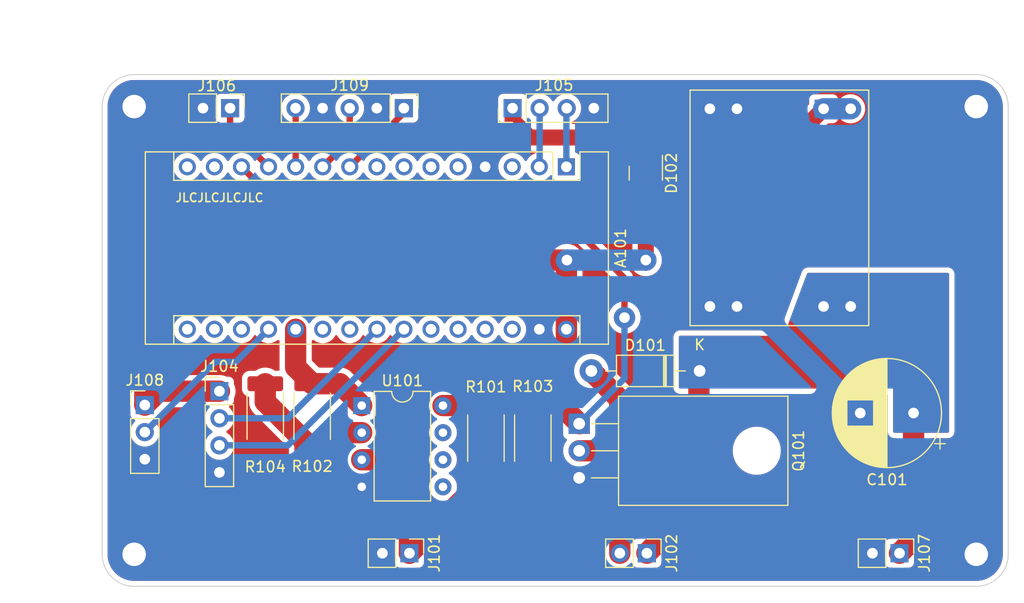
<source format=kicad_pcb>
(kicad_pcb (version 20211014) (generator pcbnew)
  (layers (0 "F.Cu" signal) (31 "B.Cu" signal) (34 "B.Paste" user) (35 "F.Paste" user) (36 "B.SilkS" user "B.Silkscreen") (37 "F.SilkS" user "F.Silkscreen") (38 "B.Mask" user) (39 "F.Mask" user) (44 "Edge.Cuts" user))
  (net 0 "")
  (net 17 "+5V")
  (net 18 "Net-(R102-Pad1)")
  (net 19 "I2C_SCL")
  (net 20 "I2C_SDA")
  (net 21 "MCU_POT")
  (net 22 "MCU_TSENSOR")
  (net 23 "MCU_HEATINGELE")
  (net 24 "MCU_OVERRIDE")
  (net 25 "UART_RX")
  (net 26 "UART_TX")
  (net 27 "HEATINGELE_A")
  (net 28 "HEATINGELE_B")
  (net 29 "SENSOR_B")
  (net 30 "SENSOR_A")
  (net 31 "VCC_5V_IN2")
  (net 32 "VCC_5V_IN1")
  (net 33 "MCU_ENC_BTN")
  (net 34 "MCU_ENC_B")
  (net 35 "MCU_ENC_A")
  (footprint "Connector_PinHeader_2.54mm:PinHeader_1x04_P2.54mm_Vertical" (layer "F.Cu") (at 173.5 33.65 90)
    (fp_text reference "J105" (at 2.15 3.9 180) (layer "F.SilkS"))
    (fp_text value "Conn_01x04")
    (fp_line (start -1.33 1.27) (end -1.33 8.95) (layer "F.SilkS") (width 0.12))
    (fp_line (start -1.33 -1.33) (end 0 -1.33) (layer "F.SilkS") (width 0.12))
    (fp_line (start -1.33 1.27) (end 1.33 1.27) (layer "F.SilkS") (width 0.12))
    (fp_line (start -1.33 0) (end -1.33 -1.33) (layer "F.SilkS") (width 0.12))
    (fp_line (start 1.33 1.27) (end 1.33 8.95) (layer "F.SilkS") (width 0.12))
    (fp_line (start -1.33 8.95) (end 1.33 8.95) (layer "F.SilkS") (width 0.12))
    (pad "1" thru_hole rect (at 0 0 90) (size 1.7 1.7) (drill 1) (layers *.Cu *.Mask) (net 31 "VCC_5V_IN2"))
    (pad "2" thru_hole oval (at 0 2.54 90) (size 1.7 1.7) (drill 1) (layers *.Cu *.Mask) (net 25 "UART_RX"))
    (pad "3" thru_hole oval (at 0 5.08 90) (size 1.7 1.7) (drill 1) (layers *.Cu *.Mask) (net 26 "UART_TX"))
    (pad "4" thru_hole oval (at 0 7.62 90) (size 1.7 1.7) (drill 1) (layers *.Cu *.Mask) (net 29 "SENSOR_B"))
  )
  (footprint "Package_DIP:DIP-8_W7.62mm" (layer "F.Cu") (at 159.35 61.55)
    (fp_text reference "U101" (at 3.81 -2.33) (layer "F.SilkS"))
    (fp_text value "LM358")
    (fp_line (start 6.46 -1.33) (end 4.81 -1.33) (layer "F.SilkS") (width 0.12))
    (fp_line (start 6.46 8.95) (end 6.46 -1.33) (layer "F.SilkS") (width 0.12))
    (fp_line (start 2.81 -1.33) (end 1.16 -1.33) (layer "F.SilkS") (width 0.12))
    (fp_line (start 1.16 -1.33) (end 1.16 8.95) (layer "F.SilkS") (width 0.12))
    (fp_line (start 1.16 8.95) (end 6.46 8.95) (layer "F.SilkS") (width 0.12))
    (fp_arc (start 4.81 -1.33) (mid 3.81 -0.33) (end 2.81 -1.33) (layer "F.SilkS") (width 0.12))
    (pad "1" thru_hole rect (at 0 0) (size 1.6 1.6) (drill 0.8) (layers *.Cu *.Mask) (net 22 "MCU_TSENSOR"))
    (pad "2" thru_hole oval (at 0 2.54) (size 1.6 1.6) (drill 0.8) (layers *.Cu *.Mask) (net 18 "Net-(R102-Pad1)"))
    (pad "3" thru_hole oval (at 0 5.08) (size 1.6 1.6) (drill 0.8) (layers *.Cu *.Mask) (net 30 "SENSOR_A"))
    (pad "4" thru_hole oval (at 0 7.62) (size 1.6 1.6) (drill 0.8) (layers *.Cu *.Mask) (net 29 "SENSOR_B"))
    (pad "5" thru_hole oval (at 7.62 7.62) (size 1.6 1.6) (drill 0.8) (layers *.Cu *.Mask))
    (pad "6" thru_hole oval (at 7.62 5.08) (size 1.6 1.6) (drill 0.8) (layers *.Cu *.Mask))
    (pad "7" thru_hole oval (at 7.62 2.54) (size 1.6 1.6) (drill 0.8) (layers *.Cu *.Mask))
    (pad "8" thru_hole oval (at 7.62 0) (size 1.6 1.6) (drill 0.8) (layers *.Cu *.Mask) (net 17 "+5V"))
  )
  (footprint "Capacitor_THT:CP_Radial_D10.0mm_P5.00mm" (layer "F.Cu") (at 211.117677 62.25 180)
    (fp_text reference "C101" (at 2.5 -6.249999) (layer "F.SilkS"))
    (fp_text value "470uF")
    (fp_line (start 4.461 -4.69) (end 4.461 -1.241) (layer "F.SilkS") (width 0.12))
    (fp_line (start 7.581 -0.599) (end 7.581 0.599) (layer "F.SilkS") (width 0.12))
    (fp_line (start 3.381 -5.004) (end 3.381 5.004) (layer "F.SilkS") (width 0.12))
    (fp_line (start 5.941 -3.753) (end 5.941 -1.241) (layer "F.SilkS") (width 0.12))
    (fp_line (start 2.78 -5.073) (end 2.78 5.073) (layer "F.SilkS") (width 0.12))
    (fp_line (start 4.701 1.241) (end 4.701 4.584) (layer "F.SilkS") (width 0.12))
    (fp_line (start 4.581 -4.639) (end 4.581 -1.241) (layer "F.SilkS") (width 0.12))
    (fp_line (start 5.461 -4.138) (end 5.461 -1.241) (layer "F.SilkS") (width 0.12))
    (fp_line (start 5.381 1.241) (end 5.381 4.194) (layer "F.SilkS") (width 0.12))
    (fp_line (start 5.341 1.241) (end 5.341 4.221) (layer "F.SilkS") (width 0.12))
    (fp_line (start 6.981 -2.439) (end 6.981 2.439) (layer "F.SilkS") (width 0.12))
    (fp_line (start 3.901 1.241) (end 3.901 4.885) (layer "F.SilkS") (width 0.12))
    (fp_line (start 4.901 1.241) (end 4.901 4.483) (layer "F.SilkS") (width 0.12))
    (fp_line (start 4.861 -4.504) (end 4.861 -1.241) (layer "F.SilkS") (width 0.12))
    (fp_line (start 5.181 1.241) (end 5.181 4.323) (layer "F.SilkS") (width 0.12))
    (fp_line (start 7.141 -2.125) (end 7.141 2.125) (layer "F.SilkS") (width 0.12))
    (fp_line (start 7.421 -1.378) (end 7.421 1.378) (layer "F.SilkS") (width 0.12))
    (fp_line (start 6.021 -3.679) (end 6.021 -1.241) (layer "F.SilkS") (width 0.12))
    (fp_line (start 5.821 -3.858) (end 5.821 -1.241) (layer "F.SilkS") (width 0.12))
    (fp_line (start 5.541 1.241) (end 5.541 4.08) (layer "F.SilkS") (width 0.12))
    (fp_line (start 6.221 1.241) (end 6.221 3.478) (layer "F.SilkS") (width 0.12))
    (fp_line (start 5.021 -4.417) (end 5.021 -1.241) (layer "F.SilkS") (width 0.12))
    (fp_line (start 6.701 -2.889) (end 6.701 2.889) (layer "F.SilkS") (width 0.12))
    (fp_line (start 4.301 1.241) (end 4.301 4.754) (layer "F.SilkS") (width 0.12))
    (fp_line (start 5.701 1.241) (end 5.701 3.957) (layer "F.SilkS") (width 0.12))
    (fp_line (start 6.301 -3.392) (end 6.301 3.392) (layer "F.SilkS") (width 0.12))
    (fp_line (start 6.021 1.241) (end 6.021 3.679) (layer "F.SilkS") (width 0.12))
    (fp_line (start 4.341 1.241) (end 4.341 4.738) (layer "F.SilkS") (width 0.12))
    (fp_line (start 4.101 -4.824) (end 4.101 -1.241) (layer "F.SilkS") (width 0.12))
    (fp_line (start 6.341 -3.347) (end 6.341 3.347) (layer "F.SilkS") (width 0.12))
    (fp_line (start 5.301 -4.247) (end 5.301 -1.241) (layer "F.SilkS") (width 0.12))
    (fp_line (start 4.501 -4.674) (end 4.501 -1.241) (layer "F.SilkS") (width 0.12))
    (fp_line (start 3.861 1.241) (end 3.861 4.897) (layer "F.SilkS") (width 0.12))
    (fp_line (start 5.541 -4.08) (end 5.541 -1.241) (layer "F.SilkS") (width 0.12))
    (fp_line (start 4.141 -4.811) (end 4.141 -1.241) (layer "F.SilkS") (width 0.12))
    (fp_line (start 4.421 -4.707) (end 4.421 -1.241) (layer "F.SilkS") (width 0.12))
    (fp_line (start 5.061 -4.395) (end 5.061 -1.241) (layer "F.SilkS") (width 0.12))
    (fp_line (start 7.541 -0.862) (end 7.541 0.862) (layer "F.SilkS") (width 0.12))
    (fp_line (start 5.581 -4.05) (end 5.581 -1.241) (layer "F.SilkS") (width 0.12))
    (fp_line (start 4.461 1.241) (end 4.461 4.69) (layer "F.SilkS") (width 0.12))
    (fp_line (start 4.381 -4.723) (end 4.381 -1.241) (layer "F.SilkS") (width 0.12))
    (fp_line (start 2.94 -5.062) (end 2.94 5.062) (layer "F.SilkS") (width 0.12))
    (fp_line (start 3.741 -4.928) (end 3.741 4.928) (layer "F.SilkS") (width 0.12))
    (fp_line (start 6.181 -3.52) (end 6.181 -1.241) (layer "F.SilkS") (width 0.12))
    (fp_line (start 2.86 -5.068) (end 2.86 5.068) (layer "F.SilkS") (width 0.12))
    (fp_line (start 5.501 -4.11) (end 5.501 -1.241) (layer "F.SilkS") (width 0.12))
    (fp_line (start 5.101 -4.371) (end 5.101 -1.241) (layer "F.SilkS") (width 0.12))
    (fp_line (start 7.021 -2.365) (end 7.021 2.365) (layer "F.SilkS") (width 0.12))
    (fp_line (start 5.661 1.241) (end 5.661 3.989) (layer "F.SilkS") (width 0.12))
    (fp_line (start 2.9 -5.065) (end 2.9 5.065) (layer "F.SilkS") (width 0.12))
    (fp_line (start 6.061 1.241) (end 6.061 3.64) (layer "F.SilkS") (width 0.12))
    (fp_line (start 5.941 1.241) (end 5.941 3.753) (layer "F.SilkS") (width 0.12))
    (fp_line (start 5.501 1.241) (end 5.501 4.11) (layer "F.SilkS") (width 0.12))
    (fp_line (start 7.261 -1.846) (end 7.261 1.846) (layer "F.SilkS") (width 0.12))
    (fp_line (start 6.421 -3.254) (end 6.421 3.254) (layer "F.SilkS") (width 0.12))
    (fp_line (start 5.301 1.241) (end 5.301 4.247) (layer "F.SilkS") (width 0.12))
    (fp_line (start 5.421 1.241) (end 5.421 4.166) (layer "F.SilkS") (width 0.12))
    (fp_line (start 7.061 -2.289) (end 7.061 2.289) (layer "F.SilkS") (width 0.12))
    (fp_line (start 5.781 1.241) (end 5.781 3.892) (layer "F.SilkS") (width 0.12))
    (fp_line (start 5.141 -4.347) (end 5.141 -1.241) (layer "F.SilkS") (width 0.12))
    (fp_line (start 4.261 1.241) (end 4.261 4.768) (layer "F.SilkS") (width 0.12))
    (fp_line (start 6.061 -3.64) (end 6.061 -1.241) (layer "F.SilkS") (width 0.12))
    (fp_line (start 4.661 1.241) (end 4.661 4.603) (layer "F.SilkS") (width 0.12))
    (fp_line (start 4.501 1.241) (end 4.501 4.674) (layer "F.SilkS") (width 0.12))
    (fp_line (start 7.501 -1.062) (end 7.501 1.062) (layer "F.SilkS") (width 0.12))
    (fp_line (start 3.941 1.241) (end 3.941 4.874) (layer "F.SilkS") (width 0.12))
    (fp_line (start 4.221 -4.783) (end 4.221 -1.241) (layer "F.SilkS") (width 0.12))
    (fp_line (start 5.741 1.241) (end 5.741 3.925) (layer "F.SilkS") (width 0.12))
    (fp_line (start 5.381 -4.194) (end 5.381 -1.241) (layer "F.SilkS") (width 0.12))
    (fp_line (start 6.261 -3.436) (end 6.261 3.436) (layer "F.SilkS") (width 0.12))
    (fp_line (start 3.701 -4.938) (end 3.701 4.938) (layer "F.SilkS") (width 0.12))
    (fp_line (start 4.941 1.241) (end 4.941 4.462) (layer "F.SilkS") (width 0.12))
    (fp_line (start 4.061 1.241) (end 4.061 4.837) (layer "F.SilkS") (width 0.12))
    (fp_line (start 5.741 -3.925) (end 5.741 -1.241) (layer "F.SilkS") (width 0.12))
    (fp_line (start 2.7 -5.077) (end 2.7 5.077) (layer "F.SilkS") (width 0.12))
    (fp_line (start 4.261 -4.768) (end 4.261 -1.241) (layer "F.SilkS") (width 0.12))
    (fp_line (start 3.461 -4.99) (end 3.461 4.99) (layer "F.SilkS") (width 0.12))
    (fp_line (start 5.901 -3.789) (end 5.901 -1.241) (layer "F.SilkS") (width 0.12))
    (fp_line (start 4.821 1.241) (end 4.821 4.525) (layer "F.SilkS") (width 0.12))
    (fp_line (start 5.621 1.241) (end 5.621 4.02) (layer "F.SilkS") (width 0.12))
    (fp_line (start 3.661 -4.947) (end 3.661 4.947) (layer "F.SilkS") (width 0.12))
    (fp_line (start 4.101 1.241) (end 4.101 4.824) (layer "F.SilkS") (width 0.12))
    (fp_line (start 6.661 -2.945) (end 6.661 2.945) (layer "F.SilkS") (width 0.12))
    (fp_line (start 5.821 1.241) (end 5.821 3.858) (layer "F.SilkS") (width 0.12))
    (fp_line (start 5.021 1.241) (end 5.021 4.417) (layer "F.SilkS") (width 0.12))
    (fp_line (start 3.261 -5.024) (end 3.261 5.024) (layer "F.SilkS") (width 0.12))
    (fp_line (start 2.66 -5.078) (end 2.66 5.078) (layer "F.SilkS") (width 0.12))
    (fp_line (start 6.901 -2.579) (end 6.901 2.579) (layer "F.SilkS") (width 0.12))
    (fp_line (start 6.101 -3.601) (end 6.101 -1.241) (layer "F.SilkS") (width 0.12))
    (fp_line (start 6.141 -3.561) (end 6.141 -1.241) (layer "F.SilkS") (width 0.12))
    (fp_line (start 4.741 -4.564) (end 4.741 -1.241) (layer "F.SilkS") (width 0.12))
    (fp_line (start 4.621 -4.621) (end 4.621 -1.241) (layer "F.SilkS") (width 0.12))
    (fp_line (start 4.341 -4.738) (end 4.341 -1.241) (layer "F.SilkS") (width 0.12))
    (fp_line (start 6.541 -3.106) (end 6.541 3.106) (layer "F.SilkS") (width 0.12))
    (fp_line (start 7.221 -1.944) (end 7.221 1.944) (layer "F.SilkS") (width 0.12))
    (fp_line (start 2.58 -5.08) (end 2.58 5.08) (layer "F.SilkS") (width 0.12))
    (fp_line (start 5.421 -4.166) (end 5.421 -1.241) (layer "F.SilkS") (width 0.12))
    (fp_line (start 4.021 -4.85) (end 4.021 -1.241) (layer "F.SilkS") (width 0.12))
    (fp_line (start 6.821 -2.709) (end 6.821 2.709) (layer "F.SilkS") (width 0.12))
    (fp_line (start 5.901 1.241) (end 5.901 3.789) (layer "F.SilkS") (width 0.12))
    (fp_line (start 3.501 -4.982) (end 3.501 4.982) (layer "F.SilkS") (width 0.12))
    (fp_line (start 7.101 -2.209) (end 7.101 2.209) (layer "F.SilkS") (width 0.12))
    (fp_line (start 3.14 -5.04) (end 3.14 5.04) (layer "F.SilkS") (width 0.12))
    (fp_line (start 7.381 -1.51) (end 7.381 1.51) (layer "F.SilkS") (width 0.12))
    (fp_line (start 2.82 -5.07) (end 2.82 5.07) (layer "F.SilkS") (width 0.12))
    (fp_line (start 4.181 1.241) (end 4.181 4.797) (layer "F.SilkS") (width 0.12))
    (fp_line (start 3.02 -5.054) (end 3.02 5.054) (layer "F.SilkS") (width 0.12))
    (fp_line (start 5.221 1.241) (end 5.221 4.298) (layer "F.SilkS") (width 0.12))
    (fp_line (start 5.101 1.241) (end 5.101 4.371) (layer "F.SilkS") (width 0.12))
    (fp_line (start 4.381 1.241) (end 4.381 4.723) (layer "F.SilkS") (width 0.12))
    (fp_line (start 4.581 1.241) (end 4.581 4.639) (layer "F.SilkS") (width 0.12))
    (fp_line (start 6.101 1.241) (end 6.101 3.601) (layer "F.SilkS") (width 0.12))
    (fp_line (start 5.621 -4.02) (end 5.621 -1.241) (layer "F.SilkS") (width 0.12))
    (fp_line (start 5.061 1.241) (end 5.061 4.395) (layer "F.SilkS") (width 0.12))
    (fp_line (start 3.861 -4.897) (end 3.861 -1.241) (layer "F.SilkS") (width 0.12))
    (fp_line (start 6.461 -3.206) (end 6.461 3.206) (layer "F.SilkS") (width 0.12))
    (fp_line (start 2.54 -5.08) (end 2.54 5.08) (layer "F.SilkS") (width 0.12))
    (fp_line (start 3.781 -4.918) (end 3.781 -1.241) (layer "F.SilkS") (width 0.12))
    (fp_line (start 3.541 -4.974) (end 3.541 4.974) (layer "F.SilkS") (width 0.12))
    (fp_line (start 5.221 -4.298) (end 5.221 -1.241) (layer "F.SilkS") (width 0.12))
    (fp_line (start 3.821 -4.907) (end 3.821 -1.241) (layer "F.SilkS") (width 0.12))
    (fp_line (start 2.5 -5.08) (end 2.5 5.08) (layer "F.SilkS") (width 0.12))
    (fp_line (start 5.461 1.241) (end 5.461 4.138) (layer "F.SilkS") (width 0.12))
    (fp_line (start 4.181 -4.797) (end 4.181 -1.241) (layer "F.SilkS") (width 0.12))
    (fp_line (start 4.061 -4.837) (end 4.061 -1.241) (layer "F.SilkS") (width 0.12))
    (fp_line (start 6.501 -3.156) (end 6.501 3.156) (layer "F.SilkS") (width 0.12))
    (fp_line (start 6.781 -2.77) (end 6.781 2.77) (layer "F.SilkS") (width 0.12))
    (fp_line (start 4.861 1.241) (end 4.861 4.504) (layer "F.SilkS") (width 0.12))
    (fp_line (start 7.181 -2.037) (end 7.181 2.037) (layer "F.SilkS") (width 0.12))
    (fp_line (start 6.621 -3) (end 6.621 3) (layer "F.SilkS") (width 0.12))
    (fp_line (start 3.901 -4.885) (end 3.901 -1.241) (layer "F.SilkS") (width 0.12))
    (fp_line (start 3.301 -5.018) (end 3.301 5.018) (layer "F.SilkS") (width 0.12))
    (fp_line (start 3.581 -4.965) (end 3.581 4.965) (layer "F.SilkS") (width 0.12))
    (fp_line (start 3.941 -4.874) (end 3.941 -1.241) (layer "F.SilkS") (width 0.12))
    (fp_line (start 4.701 -4.584) (end 4.701 -1.241) (layer "F.SilkS") (width 0.12))
    (fp_line (start 3.981 1.241) (end 3.981 4.862) (layer "F.SilkS") (width 0.12))
    (fp_line (start 5.861 -3.824) (end 5.861 -1.241) (layer "F.SilkS") (width 0.12))
    (fp_line (start 4.981 -4.44) (end 4.981 -1.241) (layer "F.SilkS") (width 0.12))
    (fp_line (start 4.621 1.241) (end 4.621 4.621) (layer "F.SilkS") (width 0.12))
    (fp_line (start 2.62 -5.079) (end 2.62 5.079) (layer "F.SilkS") (width 0.12))
    (fp_line (start 3.421 -4.997) (end 3.421 4.997) (layer "F.SilkS") (width 0.12))
    (fp_line (start 5.581 1.241) (end 5.581 4.05) (layer "F.SilkS") (width 0.12))
    (fp_line (start 4.661 -4.603) (end 4.661 -1.241) (layer "F.SilkS") (width 0.12))
    (fp_line (start 6.861 -2.645) (end 6.861 2.645) (layer "F.SilkS") (width 0.12))
    (fp_line (start 3.621 -4.956) (end 3.621 4.956) (layer "F.SilkS") (width 0.12))
    (fp_line (start 6.941 -2.51) (end 6.941 2.51) (layer "F.SilkS") (width 0.12))
    (fp_line (start 4.541 -4.657) (end 4.541 -1.241) (layer "F.SilkS") (width 0.12))
    (fp_line (start 5.341 -4.221) (end 5.341 -1.241) (layer "F.SilkS") (width 0.12))
    (fp_line (start 3.341 -5.011) (end 3.341 5.011) (layer "F.SilkS") (width 0.12))
    (fp_line (start 7.301 -1.742) (end 7.301 1.742) (layer "F.SilkS") (width 0.12))
    (fp_line (start 4.421 1.241) (end 4.421 4.707) (layer "F.SilkS") (width 0.12))
    (fp_line (start 5.861 1.241) (end 5.861 3.824) (layer "F.SilkS") (width 0.12))
    (fp_line (start 4.901 -4.483) (end 4.901 -1.241) (layer "F.SilkS") (width 0.12))
    (fp_line (start 2.98 -5.058) (end 2.98 5.058) (layer "F.SilkS") (width 0.12))
    (fp_line (start 6.181 1.241) (end 6.181 3.52) (layer "F.SilkS") (width 0.12))
    (fp_line (start 4.301 -4.754) (end 4.301 -1.241) (layer "F.SilkS") (width 0.12))
    (fp_line (start 6.581 -3.054) (end 6.581 3.054) (layer "F.SilkS") (width 0.12))
    (fp_line (start 4.741 1.241) (end 4.741 4.564) (layer "F.SilkS") (width 0.12))
    (fp_line (start 5.701 -3.957) (end 5.701 -1.241) (layer "F.SilkS") (width 0.12))
    (fp_line (start 3.1 -5.045) (end 3.1 5.045) (layer "F.SilkS") (width 0.12))
    (fp_line (start 4.221 1.241) (end 4.221 4.783) (layer "F.SilkS") (width 0.12))
    (fp_line (start 3.821 1.241) (end 3.821 4.907) (layer "F.SilkS") (width 0.12))
    (fp_line (start 6.141 1.241) (end 6.141 3.561) (layer "F.SilkS") (width 0.12))
    (fp_line (start 6.221 -3.478) (end 6.221 -1.241) (layer "F.SilkS") (width 0.12))
    (fp_line (start 5.981 1.241) (end 5.981 3.716) (layer "F.SilkS") (width 0.12))
    (fp_line (start -2.979646 -2.875) (end -1.979646 -2.875) (layer "F.SilkS") (width 0.12))
    (fp_line (start 4.781 -4.545) (end 4.781 -1.241) (layer "F.SilkS") (width 0.12))
    (fp_line (start 4.021 1.241) (end 4.021 4.85) (layer "F.SilkS") (width 0.12))
    (fp_line (start 6.741 -2.83) (end 6.741 2.83) (layer "F.SilkS") (width 0.12))
    (fp_line (start 4.981 1.241) (end 4.981 4.44) (layer "F.SilkS") (width 0.12))
    (fp_line (start 4.541 1.241) (end 4.541 4.657) (layer "F.SilkS") (width 0.12))
    (fp_line (start 4.821 -4.525) (end 4.821 -1.241) (layer "F.SilkS") (width 0.12))
    (fp_line (start 3.06 -5.05) (end 3.06 5.05) (layer "F.SilkS") (width 0.12))
    (fp_line (start 2.74 -5.075) (end 2.74 5.075) (layer "F.SilkS") (width 0.12))
    (fp_line (start 3.981 -4.862) (end 3.981 -1.241) (layer "F.SilkS") (width 0.12))
    (fp_line (start 6.381 -3.301) (end 6.381 3.301) (layer "F.SilkS") (width 0.12))
    (fp_line (start 3.18 -5.035) (end 3.18 5.035) (layer "F.SilkS") (width 0.12))
    (fp_line (start 5.141 1.241) (end 5.141 4.347) (layer "F.SilkS") (width 0.12))
    (fp_line (start 3.221 -5.03) (end 3.221 5.03) (layer "F.SilkS") (width 0.12))
    (fp_line (start 5.181 -4.323) (end 5.181 -1.241) (layer "F.SilkS") (width 0.12))
    (fp_line (start 4.141 1.241) (end 4.141 4.811) (layer "F.SilkS") (width 0.12))
    (fp_line (start 5.781 -3.892) (end 5.781 -1.241) (layer "F.SilkS") (width 0.12))
    (fp_line (start 5.261 1.241) (end 5.261 4.273) (layer "F.SilkS") (width 0.12))
    (fp_line (start 5.981 -3.716) (end 5.981 -1.241) (layer "F.SilkS") (width 0.12))
    (fp_line (start 7.461 -1.23) (end 7.461 1.23) (layer "F.SilkS") (width 0.12))
    (fp_line (start 7.341 -1.63) (end 7.341 1.63) (layer "F.SilkS") (width 0.12))
    (fp_line (start 4.781 1.241) (end 4.781 4.545) (layer "F.SilkS") (width 0.12))
    (fp_line (start 5.661 -3.989) (end 5.661 -1.241) (layer "F.SilkS") (width 0.12))
    (fp_line (start -2.479646 -3.375) (end -2.479646 -2.375) (layer "F.SilkS") (width 0.12))
    (fp_line (start 4.941 -4.462) (end 4.941 -1.241) (layer "F.SilkS") (width 0.12))
    (fp_line (start 3.781 1.241) (end 3.781 4.918) (layer "F.SilkS") (width 0.12))
    (fp_line (start 5.261 -4.273) (end 5.261 -1.241) (layer "F.SilkS") (width 0.12))
    (fp_circle (center 2.5 0) (end 7.62 0) (layer "F.SilkS") (width 0.12) (fill none))
    (pad "1" thru_hole rect (at 0 0 180) (size 2 2) (drill 1) (layers *.Cu *.Mask) (net 27 "HEATINGELE_A"))
    (pad "2" thru_hole circle (at 5 0 180) (size 2 2) (drill 1) (layers *.Cu *.Mask) (net 29 "SENSOR_B"))
  )
  (footprint "Package_TO_SOT_SMD:SOT-23" (layer "F.Cu") (at 186 39.75 -90)
    (fp_text reference "D102" (at 0 -2.4 90) (layer "F.SilkS"))
    (fp_text value "BAT54C")
    (fp_line (start 0 1.56) (end -0.65 1.56) (layer "F.SilkS") (width 0.12))
    (fp_line (start 0 -1.56) (end -1.675 -1.56) (layer "F.SilkS") (width 0.12))
    (fp_line (start 0 1.56) (end 0.65 1.56) (layer "F.SilkS") (width 0.12))
    (fp_line (start 0 -1.56) (end 0.65 -1.56) (layer "F.SilkS") (width 0.12))
    (pad "1" smd roundrect (at -0.9375 -0.95 270) (size 1.475 0.6) (layers "F.Cu" "F.Paste" "F.Mask") (net 32 "VCC_5V_IN1"))
    (pad "2" smd roundrect (at -0.9375 0.95 270) (size 1.475 0.6) (layers "F.Cu" "F.Paste" "F.Mask") (net 31 "VCC_5V_IN2"))
    (pad "3" smd roundrect (at 0.9375 0 270) (size 1.475 0.6) (layers "F.Cu" "F.Paste" "F.Mask") (net 17 "+5V"))
  )
  (footprint "Connector_PinHeader_2.54mm:PinHeader_1x02_P2.54mm_Vertical" (layer "F.Cu") (at 147 33.65 -90)
    (fp_text reference "J106" (at -2.1 1.25 180) (layer "F.SilkS"))
    (fp_text value "Conn_01x02")
    (fp_line (start -1.33 1.27) (end -1.33 3.87) (layer "F.SilkS") (width 0.12))
    (fp_line (start -1.33 1.27) (end 1.33 1.27) (layer "F.SilkS") (width 0.12))
    (fp_line (start -1.33 -1.33) (end 0 -1.33) (layer "F.SilkS") (width 0.12))
    (fp_line (start 1.33 1.27) (end 1.33 3.87) (layer "F.SilkS") (width 0.12))
    (fp_line (start -1.33 3.87) (end 1.33 3.87) (layer "F.SilkS") (width 0.12))
    (fp_line (start -1.33 0) (end -1.33 -1.33) (layer "F.SilkS") (width 0.12))
    (pad "1" thru_hole rect (at 0 0 270) (size 1.7 1.7) (drill 1) (layers *.Cu *.Mask) (net 24 "MCU_OVERRIDE"))
    (pad "2" thru_hole oval (at 0 2.54 270) (size 1.7 1.7) (drill 1) (layers *.Cu *.Mask) (net 29 "SENSOR_B"))
  )
  (footprint "Resistor_SMD:R_2512_6332Metric_Pad1.40x3.35mm_HandSolder" (layer "F.Cu") (at 154.7 62.55 90)
    (fp_text reference "R102" (at -4.7 0 180) (layer "F.SilkS"))
    (fp_text value "3k3")
    (fp_line (start -2.177064 -1.71) (end 2.177064 -1.71) (layer "F.SilkS") (width 0.12))
    (fp_line (start -2.177064 1.71) (end 2.177064 1.71) (layer "F.SilkS") (width 0.12))
    (pad "1" smd roundrect (at -3.05 0 90) (size 1.4 3.35) (layers "F.Cu" "F.Paste" "F.Mask") (roundrect_rratio 0.1785707143) (net 18 "Net-(R102-Pad1)"))
    (pad "2" smd roundrect (at 3.05 0 90) (size 1.4 3.35) (layers "F.Cu" "F.Paste" "F.Mask") (roundrect_rratio 0.1785707143) (net 22 "MCU_TSENSOR"))
  )
  (footprint "Resistor_SMD:R_2512_6332Metric_Pad1.40x3.35mm_HandSolder" (layer "F.Cu") (at 175.4 64.6 90)
    (fp_text reference "R103" (at 4.85 0 180) (layer "F.SilkS"))
    (fp_text value "10k")
    (fp_line (start -2.177064 -1.71) (end 2.177064 -1.71) (layer "F.SilkS") (width 0.12))
    (fp_line (start -2.177064 1.71) (end 2.177064 1.71) (layer "F.SilkS") (width 0.12))
    (pad "1" smd roundrect (at -3.05 0 90) (size 1.4 3.35) (layers "F.Cu" "F.Paste" "F.Mask") (roundrect_rratio 0.1785707143) (net 29 "SENSOR_B"))
    (pad "2" smd roundrect (at 3.05 0 90) (size 1.4 3.35) (layers "F.Cu" "F.Paste" "F.Mask") (roundrect_rratio 0.1785707143) (net 23 "MCU_HEATINGELE"))
  )
  (footprint "Diode_THT:D_DO-41_SOD81_P10.16mm_Horizontal" (layer "F.Cu") (at 191.05 58.3 180)
    (fp_text reference "D101" (at 5.1 2.4) (layer "F.SilkS"))
    (fp_text value "1N4007")
    (fp_text user "K" (at 0 2.45) (layer "F.SilkS"))
    (fp_line (start 2.36 1.47) (end 7.8 1.47) (layer "F.SilkS") (width 0.12))
    (fp_line (start 1.34 0) (end 2.36 0) (layer "F.SilkS") (width 0.12))
    (fp_line (start 2.36 -1.47) (end 2.36 1.47) (layer "F.SilkS") (width 0.12))
    (fp_line (start 3.26 -1.47) (end 3.26 1.47) (layer "F.SilkS") (width 0.12))
    (fp_line (start 8.82 0) (end 7.8 0) (layer "F.SilkS") (width 0.12))
    (fp_line (start 3.14 -1.47) (end 3.14 1.47) (layer "F.SilkS") (width 0.12))
    (fp_line (start 7.8 -1.47) (end 2.36 -1.47) (layer "F.SilkS") (width 0.12))
    (fp_line (start 7.8 1.47) (end 7.8 -1.47) (layer "F.SilkS") (width 0.12))
    (fp_line (start 3.38 -1.47) (end 3.38 1.47) (layer "F.SilkS") (width 0.12))
    (pad "1" thru_hole rect (at 0 0 180) (size 2.2 2.2) (drill 1.1) (layers *.Cu *.Mask) (net 27 "HEATINGELE_A"))
    (pad "2" thru_hole oval (at 10.16 0 180) (size 2.2 2.2) (drill 1.1) (layers *.Cu *.Mask) (net 28 "HEATINGELE_B"))
  )
  (footprint "Connector_PinHeader_2.54mm:PinHeader_1x05_P2.54mm_Vertical" (layer "F.Cu") (at 163.3 33.65 -90)
    (fp_text reference "J109" (at -2.15 5.075 180) (layer "F.SilkS"))
    (fp_text value "Conn_01x05")
    (fp_line (start -1.33 1.27) (end -1.33 11.49) (layer "F.SilkS") (width 0.12))
    (fp_line (start -1.33 0) (end -1.33 -1.33) (layer "F.SilkS") (width 0.12))
    (fp_line (start -1.33 -1.33) (end 0 -1.33) (layer "F.SilkS") (width 0.12))
    (fp_line (start -1.33 11.49) (end 1.33 11.49) (layer "F.SilkS") (width 0.12))
    (fp_line (start 1.33 1.27) (end 1.33 11.49) (layer "F.SilkS") (width 0.12))
    (fp_line (start -1.33 1.27) (end 1.33 1.27) (layer "F.SilkS") (width 0.12))
    (pad "1" thru_hole rect (at 0 0 270) (size 1.7 1.7) (drill 1) (layers *.Cu *.Mask) (net 35 "MCU_ENC_A"))
    (pad "2" thru_hole oval (at 0 2.54 270) (size 1.7 1.7) (drill 1) (layers *.Cu *.Mask) (net 29 "SENSOR_B"))
    (pad "3" thru_hole oval (at 0 5.08 270) (size 1.7 1.7) (drill 1) (layers *.Cu *.Mask) (net 34 "MCU_ENC_B"))
    (pad "4" thru_hole oval (at 0 7.62 270) (size 1.7 1.7) (drill 1) (layers *.Cu *.Mask) (net 29 "SENSOR_B"))
    (pad "5" thru_hole oval (at 0 10.16 270) (size 1.7 1.7) (drill 1) (layers *.Cu *.Mask) (net 33 "MCU_ENC_BTN"))
  )
  (footprint "Connector_PinHeader_2.54mm:PinHeader_1x02_P2.54mm_Vertical" (layer "F.Cu") (at 209.8 75.4 -90)
    (fp_text reference "J107" (at 0 -2.33 90) (layer "F.SilkS"))
    (fp_text value "Conn_01x02")
    (fp_line (start -1.33 1.27) (end -1.33 3.87) (layer "F.SilkS") (width 0.12))
    (fp_line (start -1.33 1.27) (end 1.33 1.27) (layer "F.SilkS") (width 0.12))
    (fp_line (start -1.33 3.87) (end 1.33 3.87) (layer "F.SilkS") (width 0.12))
    (fp_line (start -1.33 0) (end -1.33 -1.33) (layer "F.SilkS") (width 0.12))
    (fp_line (start 1.33 1.27) (end 1.33 3.87) (layer "F.SilkS") (width 0.12))
    (fp_line (start -1.33 -1.33) (end 0 -1.33) (layer "F.SilkS") (width 0.12))
    (pad "1" thru_hole rect (at 0 0 270) (size 1.7 1.7) (drill 1) (layers *.Cu *.Mask) (net 27 "HEATINGELE_A"))
    (pad "2" thru_hole oval (at 0 2.54 270) (size 1.7 1.7) (drill 1) (layers *.Cu *.Mask) (net 29 "SENSOR_B"))
  )
  (footprint "Connector_PinHeader_2.54mm:PinHeader_1x04_P2.54mm_Vertical" (layer "F.Cu") (at 146 60.2)
    (fp_text reference "J104" (at 0 -2.33) (layer "F.SilkS"))
    (fp_text value "Conn_01x04")
    (fp_line (start -1.33 1.27) (end 1.33 1.27) (layer "F.SilkS") (width 0.12))
    (fp_line (start -1.33 0) (end -1.33 -1.33) (layer "F.SilkS") (width 0.12))
    (fp_line (start -1.33 1.27) (end -1.33 8.95) (layer "F.SilkS") (width 0.12))
    (fp_line (start 1.33 1.27) (end 1.33 8.95) (layer "F.SilkS") (width 0.12))
    (fp_line (start -1.33 -1.33) (end 0 -1.33) (layer "F.SilkS") (width 0.12))
    (fp_line (start -1.33 8.95) (end 1.33 8.95) (layer "F.SilkS") (width 0.12))
    (pad "1" thru_hole rect (at 0 0) (size 1.7 1.7) (drill 1) (layers *.Cu *.Mask) (net 17 "+5V"))
    (pad "2" thru_hole oval (at 0 2.54) (size 1.7 1.7) (drill 1) (layers *.Cu *.Mask) (net 20 "I2C_SDA"))
    (pad "3" thru_hole oval (at 0 5.08) (size 1.7 1.7) (drill 1) (layers *.Cu *.Mask) (net 19 "I2C_SCL"))
    (pad "4" thru_hole oval (at 0 7.62) (size 1.7 1.7) (drill 1) (layers *.Cu *.Mask) (net 29 "SENSOR_B"))
  )
  (footprint "Connector_PinHeader_2.54mm:PinHeader_1x02_P2.54mm_Vertical" (layer "F.Cu") (at 163.825 75.4 -90)
    (fp_text reference "J101" (at 0 -2.33 90) (layer "F.SilkS"))
    (fp_text value "Conn_01x02")
    (fp_line (start -1.33 0) (end -1.33 -1.33) (layer "F.SilkS") (width 0.12))
    (fp_line (start 1.33 1.27) (end 1.33 3.87) (layer "F.SilkS") (width 0.12))
    (fp_line (start -1.33 1.27) (end 1.33 1.27) (layer "F.SilkS") (width 0.12))
    (fp_line (start -1.33 -1.33) (end 0 -1.33) (layer "F.SilkS") (width 0.12))
    (fp_line (start -1.33 1.27) (end -1.33 3.87) (layer "F.SilkS") (width 0.12))
    (fp_line (start -1.33 3.87) (end 1.33 3.87) (layer "F.SilkS") (width 0.12))
    (pad "1" thru_hole rect (at 0 0 270) (size 1.7 1.7) (drill 1) (layers *.Cu *.Mask) (net 30 "SENSOR_A"))
    (pad "2" thru_hole oval (at 0 2.54 270) (size 1.7 1.7) (drill 1) (layers *.Cu *.Mask) (net 29 "SENSOR_B"))
  )
  (footprint "Z_custom_parts:M2 Mounting Hole" (layer "F.Cu") (at 217 33.5 -90)
    (fp_text reference "REF**" hide)
    (fp_text value "M2 Mounting Hole" hide)
    (pad "1" thru_hole circle (at 0 0 270) (size 3.5 3.5) (drill 2.2) (layers *.Cu *.Mask) (net 29 "SENSOR_B"))
  )
  (footprint "Resistor_SMD:R_2512_6332Metric_Pad1.40x3.35mm_HandSolder" (layer "F.Cu") (at 150.3 62.55 90)
    (fp_text reference "R104" (at -4.75 0 180) (layer "F.SilkS"))
    (fp_text value "2k7")
    (fp_line (start -2.177064 1.71) (end 2.177064 1.71) (layer "F.SilkS") (width 0.12))
    (fp_line (start -2.177064 -1.71) (end 2.177064 -1.71) (layer "F.SilkS") (width 0.12))
    (pad "1" smd roundrect (at -3.05 0 90) (size 1.4 3.35) (layers "F.Cu" "F.Paste" "F.Mask") (roundrect_rratio 0.1785707143) (net 29 "SENSOR_B"))
    (pad "2" smd roundrect (at 3.05 0 90) (size 1.4 3.35) (layers "F.Cu" "F.Paste" "F.Mask") (roundrect_rratio 0.1785707143) (net 18 "Net-(R102-Pad1)"))
  )
  (footprint "Z_custom_parts:M2 Mounting Hole" (layer "F.Cu") (at 138 33.5)
    (fp_text reference "REF**" hide)
    (fp_text value "M2 Mounting Hole" hide)
    (pad "1" thru_hole circle (at 0 0) (size 3.5 3.5) (drill 2.2) (layers *.Cu *.Mask) (net 29 "SENSOR_B"))
  )
  (footprint "Z_custom_parts:M2 Mounting Hole" (layer "F.Cu") (at 138 75.5 90)
    (fp_text reference "REF**" hide)
    (fp_text value "M2 Mounting Hole" hide)
    (pad "1" thru_hole circle (at 0 0 90) (size 3.5 3.5) (drill 2.2) (layers *.Cu *.Mask) (net 29 "SENSOR_B"))
  )
  (footprint "Z_custom_parts:DSUN-BUCKCONV" (layer "F.Cu") (at 190.15 54.05 90)
    (fp_text reference "J110" hide)
    (fp_text value "Conn_01x04")
    (fp_rect (start 0 0) (end 22.098 16.764) (layer "F.SilkS") (width 0.12) (fill none))
    (pad "1" thru_hole oval (at 1.8 4.4 90) (size 1.7 1.7) (drill 1) (layers *.Cu *.Mask) (net 29 "SENSOR_B"))
    (pad "1" thru_hole rect (at 1.8 1.86 90) (size 1.7 1.7) (drill 1) (layers *.Cu *.Mask) (net 29 "SENSOR_B"))
    (pad "2" thru_hole oval (at 1.8 15.068 90) (size 1.7 1.7) (drill 1) (layers *.Cu *.Mask) (net 27 "HEATINGELE_A"))
    (pad "2" thru_hole rect (at 1.8 12.528 90) (size 1.7 1.7) (drill 1) (layers *.Cu *.Mask) (net 27 "HEATINGELE_A"))
    (pad "3" thru_hole oval (at 20.342 4.4 90) (size 1.7 1.7) (drill 1) (layers *.Cu *.Mask) (net 29 "SENSOR_B"))
    (pad "3" thru_hole rect (at 20.342 1.86 90) (size 1.7 1.7) (drill 1) (layers *.Cu *.Mask) (net 29 "SENSOR_B"))
    (pad "4" thru_hole rect (at 20.342 12.528 90) (size 1.7 1.7) (drill 1) (layers *.Cu *.Mask) (net 32 "VCC_5V_IN1"))
    (pad "4" thru_hole oval (at 20.342 15.068 90) (size 1.7 1.7) (drill 1) (layers *.Cu *.Mask) (net 32 "VCC_5V_IN1"))
  )
  (footprint "Resistor_SMD:R_2512_6332Metric_Pad1.40x3.35mm_HandSolder" (layer "F.Cu") (at 171 64.6 90)
    (fp_text reference "R101" (at 4.8 0 180) (layer "F.SilkS"))
    (fp_text value "470")
    (fp_line (start -2.177064 1.71) (end 2.177064 1.71) (layer "F.SilkS") (width 0.12))
    (fp_line (start -2.177064 -1.71) (end 2.177064 -1.71) (layer "F.SilkS") (width 0.12))
    (pad "1" smd roundrect (at -3.05 0 90) (size 1.4 3.35) (layers "F.Cu" "F.Paste" "F.Mask") (roundrect_rratio 0.1785707143) (net 30 "SENSOR_A"))
    (pad "2" smd roundrect (at 3.05 0 90) (size 1.4 3.35) (layers "F.Cu" "F.Paste" "F.Mask") (roundrect_rratio 0.1785707143) (net 17 "+5V"))
  )
  (footprint "Package_TO_SOT_THT:TO-220-3_Horizontal_TabDown" (layer "F.Cu") (at 179.75 63.25 -90)
    (fp_text reference "Q101" (at 2.54 -20.58 -90) (layer "F.SilkS"))
    (fp_text value "IRLZ44N")
    (fp_line (start -2.58 -19.58) (end 7.66 -19.58) (layer "F.SilkS") (width 0.12))
    (fp_line (start 7.66 -19.58) (end 7.66 -3.69) (layer "F.SilkS") (width 0.12))
    (fp_line (start 0 -3.69) (end 0 -1.15) (layer "F.SilkS") (width 0.12))
    (fp_line (start 2.54 -3.69) (end 2.54 -1.15) (layer "F.SilkS") (width 0.12))
    (fp_line (start -2.58 -19.58) (end -2.58 -3.69) (layer "F.SilkS") (width 0.12))
    (fp_line (start 5.08 -3.69) (end 5.08 -1.15) (layer "F.SilkS") (width 0.12))
    (fp_line (start -2.58 -3.69) (end 7.66 -3.69) (layer "F.SilkS") (width 0.12))
    (pad "" np_thru_hole oval (at 2.54 -16.66 270) (size 3.5 3.5) (drill 3.5) (layers *.Cu *.Mask))
    (pad "1" thru_hole rect (at 0 0 270) (size 1.905 2) (drill 1.1) (layers *.Cu *.Mask) (net 23 "MCU_HEATINGELE"))
    (pad "2" thru_hole oval (at 2.54 0 270) (size 1.905 2) (drill 1.1) (layers *.Cu *.Mask) (net 28 "HEATINGELE_B"))
    (pad "3" thru_hole oval (at 5.08 0 270) (size 1.905 2) (drill 1.1) (layers *.Cu *.Mask) (net 29 "SENSOR_B"))
  )
  (footprint "Z_custom_parts:M2 Mounting Hole" (layer "F.Cu") (at 217 75.5 180)
    (fp_text reference "REF**" hide)
    (fp_text value "M2 Mounting Hole" hide)
    (pad "1" thru_hole circle (at 0 0 180) (size 3.5 3.5) (drill 2.2) (layers *.Cu *.Mask) (net 29 "SENSOR_B"))
  )
  (footprint "Connector_PinHeader_2.54mm:PinHeader_1x02_P2.54mm_Vertical" (layer "F.Cu") (at 186.1 75.4 -90)
    (fp_text reference "J102" (at 0 -2.33 90) (layer "F.SilkS"))
    (fp_text value "Conn_01x02")
    (fp_line (start -1.33 0) (end -1.33 -1.33) (layer "F.SilkS") (width 0.12))
    (fp_line (start -1.33 -1.33) (end 0 -1.33) (layer "F.SilkS") (width 0.12))
    (fp_line (start 1.33 1.27) (end 1.33 3.87) (layer "F.SilkS") (width 0.12))
    (fp_line (start -1.33 1.27) (end 1.33 1.27) (layer "F.SilkS") (width 0.12))
    (fp_line (start -1.33 3.87) (end 1.33 3.87) (layer "F.SilkS") (width 0.12))
    (fp_line (start -1.33 1.27) (end -1.33 3.87) (layer "F.SilkS") (width 0.12))
    (pad "1" thru_hole rect (at 0 0 270) (size 1.7 1.7) (drill 1) (layers *.Cu *.Mask) (net 27 "HEATINGELE_A"))
    (pad "2" thru_hole oval (at 0 2.54 270) (size 1.7 1.7) (drill 1) (layers *.Cu *.Mask) (net 28 "HEATINGELE_B"))
  )
  (footprint "Module:Arduino_Nano" (layer "F.Cu") (at 178.55 39.15 -90)
    (fp_text reference "A101" (at 7.62 -5.08 90) (layer "F.SilkS"))
    (fp_text value "Arduino_Nano_v3.x")
    (fp_line (start 13.97 -1.27) (end 16.64 -1.27) (layer "F.SilkS") (width 0.12))
    (fp_line (start 13.97 -1.27) (end 13.97 36.83) (layer "F.SilkS") (width 0.12))
    (fp_line (start -1.4 39.5) (end 16.64 39.5) (layer "F.SilkS") (width 0.12))
    (fp_line (start 16.64 39.5) (end 16.64 -3.94) (layer "F.SilkS") (width 0.12))
    (fp_line (start 1.27 1.27) (end 1.27 36.83) (layer "F.SilkS") (width 0.12))
    (fp_line (start 1.27 -1.27) (end -1.4 -1.27) (layer "F.SilkS") (width 0.12))
    (fp_line (start 1.27 1.27) (end 1.27 -1.27) (layer "F.SilkS") (width 0.12))
    (fp_line (start 16.64 -3.94) (end -1.4 -3.94) (layer "F.SilkS") (width 0.12))
    (fp_line (start -1.4 -3.94) (end -1.4 -1.27) (layer "F.SilkS") (width 0.12))
    (fp_line (start 13.97 36.83) (end 16.64 36.83) (layer "F.SilkS") (width 0.12))
    (fp_line (start -1.4 1.27) (end -1.4 39.5) (layer "F.SilkS") (width 0.12))
    (fp_line (start 1.27 1.27) (end -1.4 1.27) (layer "F.SilkS") (width 0.12))
    (fp_line (start 1.27 36.83) (end -1.4 36.83) (layer "F.SilkS") (width 0.12))
    (pad "1" thru_hole rect (at 0 0 270) (size 1.6 1.6) (drill 1) (layers *.Cu *.Mask) (net 26 "UART_TX"))
    (pad "2" thru_hole oval (at 0 2.54 270) (size 1.6 1.6) (drill 1) (layers *.Cu *.Mask) (net 25 "UART_RX"))
    (pad "3" thru_hole oval (at 0 5.08 270) (size 1.6 1.6) (drill 1) (layers *.Cu *.Mask))
    (pad "4" thru_hole oval (at 0 7.62 270) (size 1.6 1.6) (drill 1) (layers *.Cu *.Mask) (net 29 "SENSOR_B"))
    (pad "5" thru_hole oval (at 0 10.16 270) (size 1.6 1.6) (drill 1) (layers *.Cu *.Mask))
    (pad "6" thru_hole oval (at 0 12.7 270) (size 1.6 1.6) (drill 1) (layers *.Cu *.Mask))
    (pad "7" thru_hole oval (at 0 15.24 270) (size 1.6 1.6) (drill 1) (layers *.Cu *.Mask))
    (pad "8" thru_hole oval (at 0 17.78 270) (size 1.6 1.6) (drill 1) (layers *.Cu *.Mask))
    (pad "9" thru_hole oval (at 0 20.32 270) (size 1.6 1.6) (drill 1) (layers *.Cu *.Mask) (net 35 "MCU_ENC_A"))
    (pad "10" thru_hole oval (at 0 22.86 270) (size 1.6 1.6) (drill 1) (layers *.Cu *.Mask) (net 34 "MCU_ENC_B"))
    (pad "11" thru_hole oval (at 0 25.4 270) (size 1.6 1.6) (drill 1) (layers *.Cu *.Mask) (net 33 "MCU_ENC_BTN"))
    (pad "12" thru_hole oval (at 0 27.94 270) (size 1.6 1.6) (drill 1) (layers *.Cu *.Mask) (net 24 "MCU_OVERRIDE"))
    (pad "13" thru_hole oval (at 0 30.48 270) (size 1.6 1.6) (drill 1) (layers *.Cu *.Mask) (net 23 "MCU_HEATINGELE"))
    (pad "14" thru_hole oval (at 0 33.02 270) (size 1.6 1.6) (drill 1) (layers *.Cu *.Mask))
    (pad "15" thru_hole oval (at 0 35.56 270) (size 1.6 1.6) (drill 1) (layers *.Cu *.Mask))
    (pad "16" thru_hole oval (at 15.24 35.56 270) (size 1.6 1.6) (drill 1) (layers *.Cu *.Mask))
    (pad "17" thru_hole oval (at 15.24 33.02 270) (size 1.6 1.6) (drill 1) (layers *.Cu *.Mask))
    (pad "18" thru_hole oval (at 15.24 30.48 270) (size 1.6 1.6) (drill 1) (layers *.Cu *.Mask))
    (pad "19" thru_hole oval (at 15.24 27.94 270) (size 1.6 1.6) (drill 1) (layers *.Cu *.Mask) (net 21 "MCU_POT"))
    (pad "20" thru_hole oval (at 15.24 25.4 270) (size 1.6 1.6) (drill 1) (layers *.Cu *.Mask) (net 22 "MCU_TSENSOR"))
    (pad "21" thru_hole oval (at 15.24 22.86 270) (size 1.6 1.6) (drill 1) (layers *.Cu *.Mask))
    (pad "22" thru_hole oval (at 15.24 20.32 270) (size 1.6 1.6) (drill 1) (layers *.Cu *.Mask))
    (pad "23" thru_hole oval (at 15.24 17.78 270) (size 1.6 1.6) (drill 1) (layers *.Cu *.Mask) (net 20 "I2C_SDA"))
    (pad "24" thru_hole oval (at 15.24 15.24 270) (size 1.6 1.6) (drill 1) (layers *.Cu *.Mask) (net 19 "I2C_SCL"))
    (pad "25" thru_hole oval (at 15.24 12.7 270) (size 1.6 1.6) (drill 1) (layers *.Cu *.Mask))
    (pad "26" thru_hole oval (at 15.24 10.16 270) (size 1.6 1.6) (drill 1) (layers *.Cu *.Mask))
    (pad "27" thru_hole oval (at 15.24 7.62 270) (size 1.6 1.6) (drill 1) (layers *.Cu *.Mask))
    (pad "28" thru_hole oval (at 15.24 5.08 270) (size 1.6 1.6) (drill 1) (layers *.Cu *.Mask))
    (pad "29" thru_hole oval (at 15.24 2.54 270) (size 1.6 1.6) (drill 1) (layers *.Cu *.Mask) (net 29 "SENSOR_B"))
    (pad "30" thru_hole oval (at 15.24 0 270) (size 1.6 1.6) (drill 1) (layers *.Cu *.Mask) (net 17 "+5V"))
  )
  (footprint "Connector_PinHeader_2.54mm:PinHeader_1x03_P2.54mm_Vertical" (layer "F.Cu") (at 139 61.5)
    (fp_text reference "J108" (at 0 -2.33) (layer "F.SilkS"))
    (fp_text value "Conn_01x03")
    (fp_line (start -1.33 0) (end -1.33 -1.33) (layer "F.SilkS") (width 0.12))
    (fp_line (start -1.33 -1.33) (end 0 -1.33) (layer "F.SilkS") (width 0.12))
    (fp_line (start -1.33 1.27) (end -1.33 6.41) (layer "F.SilkS") (width 0.12))
    (fp_line (start 1.33 1.27) (end 1.33 6.41) (layer "F.SilkS") (width 0.12))
    (fp_line (start -1.33 6.41) (end 1.33 6.41) (layer "F.SilkS") (width 0.12))
    (fp_line (start -1.33 1.27) (end 1.33 1.27) (layer "F.SilkS") (width 0.12))
    (pad "1" thru_hole rect (at 0 0) (size 1.7 1.7) (drill 1) (layers *.Cu *.Mask) (net 17 "+5V"))
    (pad "2" thru_hole oval (at 0 2.54) (size 1.7 1.7) (drill 1) (layers *.Cu *.Mask) (net 21 "MCU_POT"))
    (pad "3" thru_hole oval (at 0 5.08) (size 1.7 1.7) (drill 1) (layers *.Cu *.Mask) (net 29 "SENSOR_B"))
  )
  (gr_poly (pts (arc (start 135 75.5) (mid 135.87868 77.62132) (end 138 78.5)) (arc (start 217 78.5) (mid 219.12132 77.62132) (end 220 75.5)) (arc (start 220 33.5) (mid 219.12132 31.37868) (end 217 30.5)) (arc (start 138 30.5) (mid 135.87868 31.37868) (end 135 33.5))) (layer "Edge.Cuts") (width 0.1) (fill none))
  (gr_text "JLCJLCJLCJLC" (at 146 42.05) (layer "F.SilkS") (effects (font (size 0.8 0.8))))
  (segment (start 140.3 60.2) (end 139 61.5) (width 2) (layer "F.Cu") (net 17))
  (segment (start 139 52.15) (end 139 58.8) (width 2) (layer "F.Cu") (net 17))
  (segment (start 186 40.6875) (end 186 47.9) (width 1.5) (layer "F.Cu") (net 17))
  (segment (start 146 60.2) (end 140.3 60.2) (width 2) (layer "F.Cu") (net 17))
  (segment (start 174.05 58.5) (end 171 61.55) (width 2) (layer "F.Cu") (net 17))
  (segment (start 139 58.9) (end 139 58.8) (width 2) (layer "F.Cu") (net 17))
  (segment (start 178.6 47.9) (end 143.25 47.9) (width 2) (layer "F.Cu") (net 17))
  (segment (start 176.35 58.5) (end 174.05 58.5) (width 2) (layer "F.Cu") (net 17))
  (segment (start 143.25 47.9) (end 139 52.15) (width 2) (layer "F.Cu") (net 17))
  (segment (start 178.55 56.3) (end 176.35 58.5) (width 2) (layer "F.Cu") (net 17))
  (segment (start 139 58.8) (end 139 61.5) (width 2) (layer "F.Cu") (net 17))
  (segment (start 178.55 54.39) (end 178.55 56.3) (width 2) (layer "F.Cu") (net 17))
  (segment (start 171 61.55) (end 166.97 61.55) (width 2) (layer "F.Cu") (net 17))
  (segment (start 178.55 47.95) (end 178.55 54.39) (width 2) (layer "F.Cu") (net 17))
  (segment (start 140.3 60.2) (end 139 58.9) (width 2) (layer "F.Cu") (net 17))
  (via (at 178.6 47.9) (size 2) (drill 1) (layers "F.Cu" "B.Cu") (net 17))
  (via (at 186 47.9) (size 2) (drill 1) (layers "F.Cu" "B.Cu") (net 17))
  (segment (start 178.6 47.9) (end 178.55 47.95) (width 2) (layer "B.Cu") (net 17))
  (segment (start 186 47.9) (end 178.6 47.9) (width 2) (layer "B.Cu") (net 17))
  (segment (start 150.3 61.2) (end 154.7 65.6) (width 2) (layer "F.Cu") (net 18))
  (segment (start 156.21 64.09) (end 154.7 65.6) (width 2) (layer "F.Cu") (net 18))
  (segment (start 150.3 59.5) (end 150.3 61.2) (width 2) (layer "F.Cu") (net 18))
  (segment (start 159.35 64.09) (end 156.21 64.09) (width 2) (layer "F.Cu") (net 18))
  (segment (start 152.42 65.28) (end 163.31 54.39) (width 0.6) (layer "B.Cu") (net 19))
  (segment (start 146 65.28) (end 152.42 65.28) (width 0.6) (layer "B.Cu") (net 19))
  (segment (start 146 62.74) (end 152.42 62.74) (width 0.6) (layer "B.Cu") (net 20))
  (segment (start 152.42 62.74) (end 160.77 54.39) (width 0.6) (layer "B.Cu") (net 20))
  (segment (start 147.55 57.45) (end 150.61 54.39) (width 0.6) (layer "B.Cu") (net 21))
  (segment (start 139 64.04) (end 145.59 57.45) (width 0.6) (layer "B.Cu") (net 21))
  (segment (start 145.59 57.45) (end 147.55 57.45) (width 0.6) (layer "B.Cu") (net 21))
  (segment (start 154.7 59.5) (end 153.15 57.95) (width 2) (layer "F.Cu") (net 22))
  (segment (start 154.7 59.5) (end 157.3 59.5) (width 2) (layer "F.Cu") (net 22))
  (segment (start 157.3 59.5) (end 159.35 61.55) (width 2) (layer "F.Cu") (net 22))
  (segment (start 153.15 57.95) (end 153.15 54.39) (width 2) (layer "F.Cu") (net 22))
  (segment (start 178.05 61.55) (end 175.4 61.55) (width 2) (layer "F.Cu") (net 23))
  (segment (start 179.3 44.9) (end 153.82 44.9) (width 0.6) (layer "F.Cu") (net 23))
  (segment (start 153.82 44.9) (end 148.07 39.15) (width 0.6) (layer "F.Cu") (net 23))
  (segment (start 179.75 63.25) (end 178.05 61.55) (width 2) (layer "F.Cu") (net 23))
  (segment (start 184 53.3) (end 184 49.6) (width 0.6) (layer "F.Cu") (net 23))
  (segment (start 184 49.6) (end 179.3 44.9) (width 0.6) (layer "F.Cu") (net 23))
  (via (at 184 53.3) (size 2) (drill 1) (layers "F.Cu" "B.Cu") (net 23))
  (segment (start 184 59) (end 179.75 63.25) (width 0.6) (layer "B.Cu") (net 23))
  (segment (start 184 53.3) (end 184 59) (width 0.6) (layer "B.Cu") (net 23))
  (segment (start 147 33.65) (end 147 35.54) (width 0.6) (layer "F.Cu") (net 24))
  (segment (start 147 35.54) (end 150.61 39.15) (width 0.6) (layer "F.Cu") (net 24))
  (segment (start 176.04 33.65) (end 176.04 39.12) (width 0.6) (layer "B.Cu") (net 25))
  (segment (start 178.55 39.15) (end 178.55 33.68) (width 0.6) (layer "B.Cu") (net 26))
  (segment (start 211.117677 74.082323) (end 211.117677 62.25) (width 2) (layer "F.Cu") (net 27))
  (segment (start 186.1 75.4) (end 190.98 70.52) (width 2) (layer "F.Cu") (net 27))
  (segment (start 209.8 75.4) (end 211.117677 74.082323) (width 2) (layer "F.Cu") (net 27))
  (segment (start 190.98 70.52) (end 190.98 58.37) (width 2) (layer "F.Cu") (net 27))
  (segment (start 183.56 66.31) (end 183.56 75.4) (width 2) (layer "F.Cu") (net 28))
  (segment (start 183.04 65.79) (end 183.56 66.31) (width 2) (layer "F.Cu") (net 28))
  (segment (start 183.56 60.97) (end 180.89 58.3) (width 2) (layer "F.Cu") (net 28))
  (segment (start 179.75 65.79) (end 183.04 65.79) (width 2) (layer "F.Cu") (net 28))
  (segment (start 183.56 66.31) (end 183.56 60.97) (width 2) (layer "F.Cu") (net 28))
  (segment (start 144.46 33.65) (end 136.5 41.61) (width 0.6) (layer "F.Cu") (net 29))
  (segment (start 206.117679 74.257679) (end 206.117679 62.25) (width 2) (layer "F.Cu") (net 29))
  (segment (start 179.75 68.33) (end 176.08 68.33) (width 2) (layer "F.Cu") (net 29))
  (segment (start 207.26 75.4) (end 206.117679 74.257679) (width 2) (layer "F.Cu") (net 29))
  (segment (start 176.08 68.33) (end 175.4 67.65) (width 2) (layer "F.Cu") (net 29))
  (segment (start 150.3 65.6) (end 148.08 67.82) (width 2) (layer "F.Cu") (net 29))
  (segment (start 136.5 64.58) (end 138.5 66.58) (width 0.6) (layer "F.Cu") (net 29))
  (segment (start 148.08 67.82) (end 146 67.82) (width 2) (layer "F.Cu") (net 29))
  (segment (start 136.5 41.61) (end 136.5 64.58) (width 0.6) (layer "F.Cu") (net 29))
  (segment (start 172.4 31.4) (end 178.87 31.4) (width 0.6) (layer "B.Cu") (net 29))
  (segment (start 192.01 33.708) (end 192.01 52.25) (width 2) (layer "B.Cu") (net 29))
  (segment (start 207.26 75.4) (end 204.31 72.45) (width 2) (layer "B.Cu") (net 29))
  (segment (start 178.87 31.4) (end 181.12 33.65) (width 0.6) (layer "B.Cu") (net 29))
  (segment (start 161.285 75.4) (end 161.285 72.535) (width 2) (layer "B.Cu") (net 29))
  (segment (start 139 69.415) (end 139 66.58) (width 2) (layer "B.Cu") (net 29))
  (segment (start 179.8 72.45) (end 165.05 72.45) (width 2) (layer "B.Cu") (net 29))
  (segment (start 146 67.82) (end 146 72.4) (width 2) (layer "B.Cu") (net 29))
  (segment (start 167.58 35.8) (end 170.93 39.15) (width 0.6) (layer "B.Cu") (net 29))
  (segment (start 146 72.4) (end 145.95 72.45) (width 2) (layer "B.Cu") (net 29))
  (segment (start 161.285 72.535) (end 161.2 72.45) (width 2) (layer "B.Cu") (net 29))
  (segment (start 160.8 35.8) (end 167.58 35.8) (width 0.6) (layer "B.Cu") (net 29))
  (segment (start 160.76 33.6) (end 160.76 35.76) (width 0.6) (layer "B.Cu") (net 29))
  (segment (start 142.035 72.45) (end 139 69.415) (width 2) (layer "B.Cu") (net 29))
  (segment (start 159.35 69.17) (end 159.35 72.4) (width 2) (layer "B.Cu") (net 29))
  (segment (start 165.05 72.45) (end 161.2 72.45) (width 2) (layer "B.Cu") (net 29))
  (segment (start 179.8 72.45) (end 179.75 72.4) (width 2) (layer "B.Cu") (net 29))
  (segment (start 192.01 52.25) (end 194.55 52.25) (width 2) (layer "B.Cu") (net 29))
  (segment (start 192.01 33.708) (end 194.55 33.708) (width 2) (layer "B.Cu") (net 29))
  (segment (start 170.93 32.87) (end 172.4 31.4) (width 0.6) (layer "B.Cu") (net 29))
  (segment (start 194.55 52.25) (end 196.117677 52.25) (width 2) (layer "B.Cu") (net 29))
  (segment (start 179.75 72.4) (end 179.75 68.33) (width 2) (layer "B.Cu") (net 29))
  (segment (start 145.95 72.45) (end 142.035 72.45) (width 2) (layer "B.Cu") (net 29))
  (segment (start 170.93 39.15) (end 170.93 32.87) (width 0.6) (layer "B.Cu") (net 29))
  (segment (start 155.68 33.6) (end 157.88 35.8) (width 0.6) (layer "B.Cu") (net 29))
  (segment (start 194.55 33.708) (end 194.55 52.25) (width 2) (layer "B.Cu") (net 29))
  (segment (start 196.117677 52.25) (end 206.117677 62.25) (width 2) (layer "B.Cu") (net 29))
  (segment (start 161.2 72.45) (end 159.4 72.45) (width 2) (layer "B.Cu") (net 29))
  (segment (start 160.76 35.76) (end 160.8 35.8) (width 0.6) (layer "B.Cu") (net 29))
  (segment (start 204.31 72.45) (end 179.8 72.45) (width 2) (layer "B.Cu") (net 29))
  (segment (start 159.35 72.4) (end 159.4 72.45) (width 2) (layer "B.Cu") (net 29))
  (segment (start 157.88 35.8) (end 160.8 35.8) (width 0.6) (layer "B.Cu") (net 29))
  (segment (start 159.4 72.45) (end 145.95 72.45) (width 2) (layer "B.Cu") (net 29))
  (segment (start 171 67.65) (end 171 68.225) (width 2) (layer "F.Cu") (net 30))
  (segment (start 171 68.225) (end 163.825 75.4) (width 2) (layer "F.Cu") (net 30))
  (segment (start 160.48137 66.63) (end 163.825 69.97363) (width 2) (layer "F.Cu") (net 30))
  (segment (start 163.825 69.97363) (end 163.825 75.4) (width 2) (layer "F.Cu") (net 30))
  (segment (start 159.35 66.63) (end 160.48137 66.63) (width 2) (layer "F.Cu") (net 30))
  (segment (start 173.5 34.8) (end 175.1 36.4) (width 1.5) (layer "F.Cu") (net 31))
  (segment (start 175.1 36.4) (end 182.6375 36.4) (width 1.5) (layer "F.Cu") (net 31))
  (segment (start 173.5 33.65) (end 173.5 34.8) (width 1.5) (layer "F.Cu") (net 31))
  (segment (start 182.6375 36.4) (end 185.05 38.8125) (width 1.5) (layer "F.Cu") (net 31))
  (segment (start 197.5735 38.8125) (end 202.678 33.708) (width 1.5) (layer "F.Cu") (net 32))
  (segment (start 186.95 38.8125) (end 197.5735 38.8125) (width 1.5) (layer "F.Cu") (net 32))
  (segment (start 202.678 33.708) (end 205.218 33.708) (width 2) (layer "B.Cu") (net 32))
  (segment (start 153.15 33.61) (end 153.15 39.15) (width 0.6) (layer "F.Cu") (net 33))
  (segment (start 158.22 36.62) (end 155.69 39.15) (width 0.6) (layer "F.Cu") (net 34))
  (segment (start 158.22 33.6) (end 158.22 36.62) (width 0.6) (layer "F.Cu") (net 34))
  (segment (start 163.3 34.08) (end 158.23 39.15) (width 0.6) (layer "F.Cu") (net 35))
  (zone (net 27) (net_name "HEATINGELE_A") (layers F&B.Cu) (priority 1) (connect_pads yes (clearance 0.508)) (min_thickness 0.254) (fill yes (thermal_gap 0.508) (thermal_bridge_width 0.508))
    (polygon (pts (xy 214.45 64.1) (xy 209.2 64.1) (xy 209.2 59.95) (xy 189.1 59.95) (xy 189.1 55) (xy 198.95 55) (xy 201.15 49.1) (xy 214.45 49.1)))
  )
  (zone (net 29) (net_name "SENSOR_B") (layers F&B.Cu) (connect_pads yes (clearance 0.508)) (min_thickness 0.254) (fill yes (thermal_gap 0.508) (thermal_bridge_width 0.508))
    (polygon (pts (xy 221.5 79.9) (xy 133 79.9) (xy 133 28.5) (xy 221.5 28.5)))
  )
)
</source>
